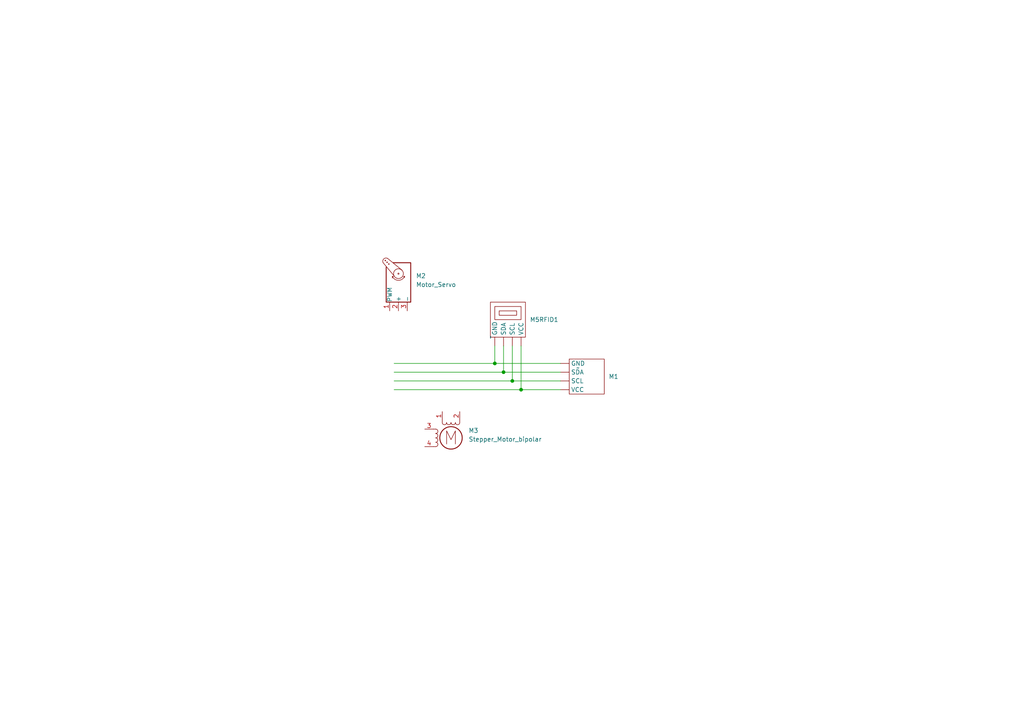
<source format=kicad_sch>
(kicad_sch (version 20230121) (generator eeschema)
  (paper "A4")
  (lib_symbols
    (symbol "M5stack:M5Core"
      (property "Reference" "M5" (at 5.08 1.27 0))
      (symbol "M5Core_0_1"
        (rectangle (start 0 0) (end 10.16 -10.16))
      )
      (symbol "M5Core_1_1"
        (pin bidirectional line (at -2.54 -1.27 0) (length 2.54) (name "GND") (number ""))
        (pin bidirectional line (at -2.54 -6.35 0) (length 2.54) (name "SCL") (number ""))
        (pin bidirectional line (at -2.54 -3.81 0) (length 2.54) (name "SDA") (number ""))
        (pin bidirectional line (at -2.54 -8.89 0) (length 2.54) (name "VCC") (number ""))
      )
    )
    (symbol "M5stack:M5RFID"
      (property "Reference" "M5RFID" (at 3.81 1.27 0))
      (symbol "M5RFID_0_1"
        (rectangle (start 0 0) (end 10.16 -10.16))
        (rectangle (start 5.08 -1.27) (end 8.89 -8.89))
        (rectangle (start 6.35 -2.54) (end 7.62 -7.62))
      )
      (symbol "M5RFID_1_1"
        (pin bidirectional line (at -2.54 -1.27 0) (length 2.54) (name "GND") (number ""))
        (pin bidirectional line (at -2.54 -6.35 0) (length 2.54) (name "SCL") (number ""))
        (pin bidirectional line (at -2.54 -3.81 0) (length 2.54) (name "SDA") (number ""))
        (pin bidirectional line (at -2.54 -8.89 0) (length 2.54) (name "VCC") (number ""))
      )
    )
    (symbol "Motor:Motor_Servo" (pin_names (offset 0.0254))
      (property "Reference" "M" (at -5.08 4.445 0))
      (property "Value" "Motor_Servo" (at -5.08 -4.064 0))
      (symbol "Motor_Servo_0_1"
        (polyline (pts (xy 2.413 -1.778) (xy 2.032 -1.778)))
        (polyline (pts (xy 2.413 -1.778) (xy 2.286 -1.397)))
        (polyline (pts (xy 2.413 1.778) (xy 1.905 1.778)))
        (polyline (pts (xy 2.413 1.778) (xy 2.286 1.397)))
        (polyline (pts (xy 6.35 4.445) (xy 2.54 1.27)))
        (polyline (pts (xy 7.62 3.175) (xy 4.191 -1.016)))
        (polyline (pts (xy 5.08 3.556) (xy -5.08 3.556) (xy -5.08 -3.556) (xy 6.35 -3.556) (xy 6.35 1.524)) (stroke (width 0.254)))
        (arc (start 2.413 1.778) (mid 1.2406 0) (end 2.413 -1.778))
        (circle (center 3.175 0) (radius 0.1778))
        (circle (center 3.175 0) (radius 1.4224))
        (circle (center 5.969 2.794) (radius 0.127))
        (circle (center 6.477 3.302) (radius 0.127))
        (circle (center 6.985 3.81) (radius 0.127))
        (arc (start 7.62 3.175) (mid 7.4485 4.2735) (end 6.35 4.445))
      )
      (symbol "Motor_Servo_1_1"
        (pin passive line (at -7.62 2.54 0) (length 2.54) (name "PWM") (number "1"))
        (pin passive line (at -7.62 0 0) (length 2.54) (name "+") (number "2"))
        (pin passive line (at -7.62 -2.54 0) (length 2.54) (name "-") (number "3"))
      )
    )
    (symbol "Motor:Stepper_Motor_bipolar" (pin_names (offset 0) hide)
      (property "Reference" "M" (at 3.81 2.54 0))
      (property "Value" "Stepper_Motor_bipolar" (at 3.81 1.27 0))
      (symbol "Stepper_Motor_bipolar_0_0"
        (polyline (pts (xy -1.27 -1.778) (xy -1.27 2.032) (xy 0 -0.508) (xy 1.27 2.032) (xy 1.27 -1.778)))
      )
      (symbol "Stepper_Motor_bipolar_0_1"
        (arc (start -4.445 -2.54) (mid -3.8127 -1.905) (end -4.445 -1.27))
        (arc (start -4.445 -1.27) (mid -3.8127 -0.635) (end -4.445 0))
        (arc (start -4.445 0) (mid -3.8127 0.635) (end -4.445 1.27))
        (arc (start -4.445 1.27) (mid -3.8127 1.905) (end -4.445 2.54))
        (arc (start -2.54 4.445) (mid -1.905 3.8127) (end -1.27 4.445))
        (arc (start -1.27 4.445) (mid -0.635 3.8127) (end 0 4.445))
        (polyline (pts (xy -5.08 -2.54) (xy -4.445 -2.54)))
        (polyline (pts (xy -5.08 2.54) (xy -4.445 2.54)))
        (polyline (pts (xy -2.54 5.08) (xy -2.54 4.445)))
        (polyline (pts (xy 2.54 5.08) (xy 2.54 4.445)))
        (circle (center 0 0) (radius 3.2512) (stroke (width 0.254)))
        (arc (start 0 4.445) (mid 0.635 3.8127) (end 1.27 4.445))
        (arc (start 1.27 4.445) (mid 1.905 3.8127) (end 2.54 4.445))
      )
      (symbol "Stepper_Motor_bipolar_1_1"
        (pin passive line (at -2.54 7.62 270) (length 2.54) (name "~") (number "1"))
        (pin passive line (at 2.54 7.62 270) (length 2.54) (name "-") (number "2"))
        (pin passive line (at -7.62 2.54 0) (length 2.54) (name "~") (number "3"))
        (pin passive line (at -7.62 -2.54 0) (length 2.54) (name "~") (number "4"))
      )
    )
  )
  (junction (at 146.05 107.95))
  (junction (at 143.51 105.41))
  (junction (at 148.59 110.49))
  (junction (at 151.13 113.03))
  (wire (pts (xy 148.59 110.49) (xy 162.56 110.49)))
  (wire (pts (xy 114.3 113.03) (xy 151.13 113.03)))
  (wire (pts (xy 148.59 100.33) (xy 148.59 110.49)))
  (wire (pts (xy 143.51 100.33) (xy 143.51 105.41)))
  (wire (pts (xy 151.13 100.33) (xy 151.13 113.03)))
  (wire (pts (xy 114.3 107.95) (xy 146.05 107.95)))
  (wire (pts (xy 151.13 113.03) (xy 162.56 113.03)))
  (wire (pts (xy 114.3 105.41) (xy 143.51 105.41)))
  (wire (pts (xy 143.51 105.41) (xy 162.56 105.41)))
  (wire (pts (xy 114.3 110.49) (xy 148.59 110.49)))
  (wire (pts (xy 146.05 107.95) (xy 162.56 107.95)))
  (wire (pts (xy 146.05 100.33) (xy 146.05 107.95)))
  (symbol (lib_id "M5stack:M5Core") (at 165.1 104.14 0) (unit 1)
    (property "Reference" "M1" (at 176.53 109.22 0) (effects (justify left)))
    (property "Value" "~" (at 167.64 106.68 0))
  )
  (symbol (lib_id "Motor:Motor_Servo") (at 115.57 82.55 90) (unit 1)
    (property "Reference" "M2" (at 120.65 80.0211 90) (effects (justify right)))
    (property "Value" "Motor_Servo" (at 120.65 82.5611 90) (effects (justify right)))
    (property "Datasheet" "http://forums.parallax.com/uploads/attachments/46831/74481.png" (effects hide))
  )
  (symbol (lib_id "M5stack:M5RFID") (at 142.24 97.79 90) (unit 1)
    (property "Reference" "M5RFID1" (at 153.67 92.71 90) (effects (justify right)))
    (property "Value" "~" (at 142.24 97.79 0))
  )
  (symbol (lib_id "Motor:Stepper_Motor_bipolar") (at 130.81 127 0) (unit 1)
    (property "Reference" "M3" (at 135.89 124.8791 0) (effects (justify left)))
    (property "Value" "Stepper_Motor_bipolar" (at 135.89 127.4191 0) (effects (justify left)))
    (property "Datasheet" "http://www.infineon.com/dgdl/Application-Note-TLE8110EE_driving_UniPolarStepperMotor_V1.1.pdf?fileId=db3a30431be39b97011be5d0aa0a00b0" (effects hide))
  )
)
</source>
